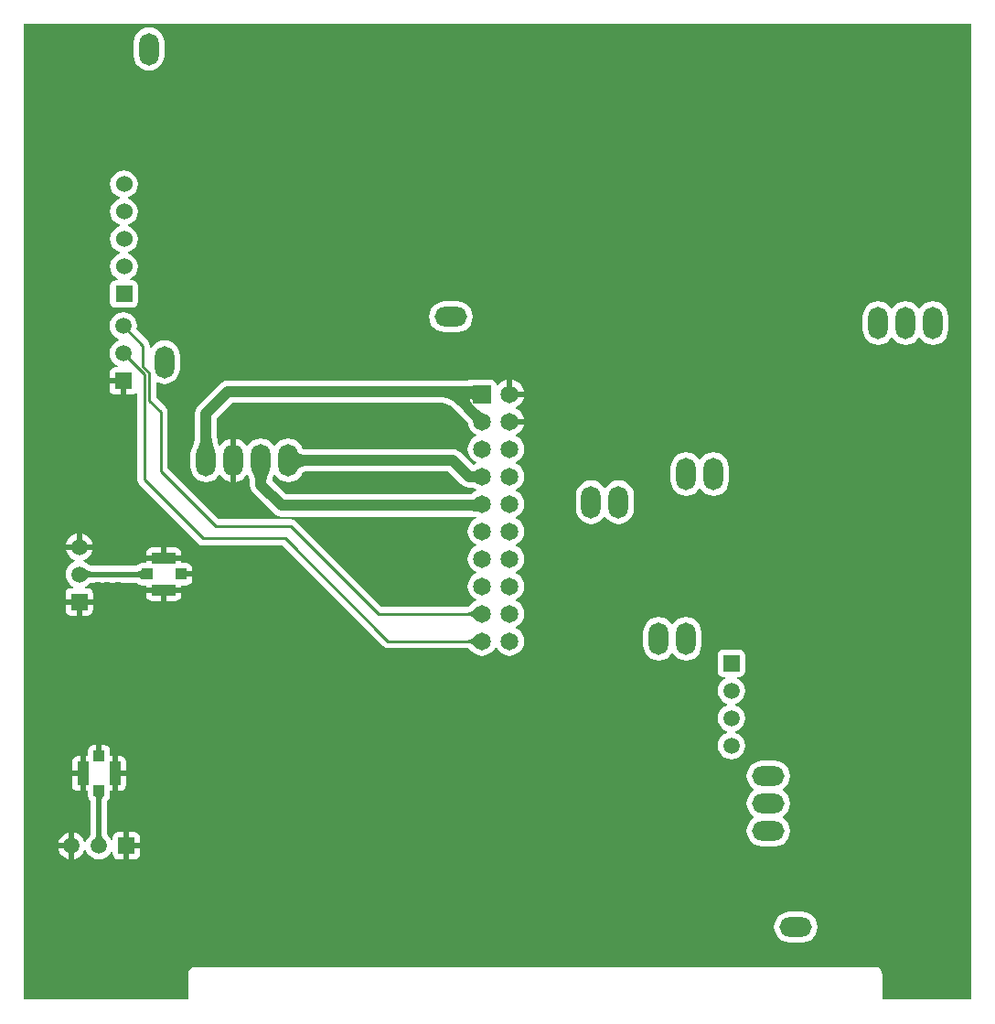
<source format=gtl>
G04 Layer_Physical_Order=1*
G04 Layer_Color=255*
%FSLAX25Y25*%
%MOIN*%
G70*
G01*
G75*
%ADD10R,0.04134X0.03937*%
%ADD11R,0.08661X0.03937*%
%ADD12R,0.03937X0.03937*%
%ADD13R,0.03937X0.04134*%
%ADD14R,0.03937X0.08661*%
%ADD15R,0.03937X0.03937*%
%ADD16C,0.01000*%
%ADD17C,0.04000*%
%ADD18C,0.02000*%
%ADD19O,0.07087X0.11811*%
%ADD20O,0.11811X0.07087*%
%ADD21R,0.06500X0.06500*%
%ADD22C,0.06500*%
%ADD23R,0.05905X0.05905*%
%ADD24C,0.05905*%
%ADD25C,0.06000*%
%ADD26R,0.06000X0.06000*%
%ADD27R,0.05905X0.05905*%
%ADD28C,0.02362*%
%ADD29C,0.02400*%
G36*
X348051Y2549D02*
X315541Y2549D01*
Y11811D01*
X315347Y12787D01*
X314795Y13613D01*
X313968Y14166D01*
X312992Y14360D01*
X64961D01*
X63985Y14166D01*
X63158Y13613D01*
X62606Y12787D01*
X62412Y11811D01*
Y2549D01*
X2549Y2549D01*
Y357951D01*
X348051D01*
Y2549D01*
D02*
G37*
%LPC*%
G36*
X38876Y252872D02*
X37584Y252702D01*
X36379Y252203D01*
X35344Y251409D01*
X34550Y250374D01*
X34051Y249169D01*
X33881Y247876D01*
X34051Y246584D01*
X34550Y245379D01*
X35344Y244344D01*
X36379Y243550D01*
X37352Y243147D01*
Y242606D01*
X36379Y242203D01*
X35344Y241409D01*
X34550Y240374D01*
X34051Y239169D01*
X33881Y237876D01*
X34051Y236583D01*
X34550Y235379D01*
X35344Y234344D01*
X36379Y233550D01*
X36818Y233368D01*
X36718Y232868D01*
X35924D01*
X35143Y232713D01*
X34482Y232271D01*
X34040Y231610D01*
X33885Y230829D01*
Y228876D01*
X38876D01*
Y227876D01*
X39876D01*
Y222884D01*
X41829D01*
X42610Y223040D01*
X43271Y223482D01*
X43451Y223751D01*
X43951Y223599D01*
Y192000D01*
X44145Y191024D01*
X44698Y190198D01*
X66198Y168698D01*
X67024Y168145D01*
X68000Y167951D01*
X96944D01*
X133598Y131298D01*
X134424Y130745D01*
X135400Y130551D01*
X164482D01*
X164483Y130551D01*
X164578Y130506D01*
X164720Y130424D01*
X164902Y130302D01*
X165100Y130152D01*
X165646Y129671D01*
X165927Y129393D01*
X165956Y129356D01*
X167052Y128514D01*
X168330Y127985D01*
X169700Y127805D01*
X171071Y127985D01*
X172348Y128514D01*
X173444Y129356D01*
X174286Y130452D01*
X174450Y130849D01*
X174950D01*
X175114Y130452D01*
X175956Y129356D01*
X177052Y128514D01*
X178330Y127985D01*
X179700Y127805D01*
X181071Y127985D01*
X182348Y128514D01*
X183444Y129356D01*
X184286Y130452D01*
X184815Y131730D01*
X184995Y133100D01*
X184815Y134471D01*
X184286Y135748D01*
X183444Y136844D01*
X182348Y137686D01*
X181951Y137850D01*
Y138350D01*
X182348Y138514D01*
X183444Y139356D01*
X184286Y140452D01*
X184815Y141730D01*
X184995Y143100D01*
X184815Y144471D01*
X184286Y145748D01*
X183444Y146844D01*
X182348Y147686D01*
X181951Y147850D01*
Y148350D01*
X182348Y148514D01*
X183444Y149356D01*
X184286Y150452D01*
X184815Y151730D01*
X184995Y153100D01*
X184815Y154471D01*
X184286Y155748D01*
X183444Y156844D01*
X182348Y157686D01*
X181951Y157850D01*
Y158350D01*
X182348Y158514D01*
X183444Y159356D01*
X184286Y160452D01*
X184815Y161730D01*
X184995Y163100D01*
X184815Y164471D01*
X184286Y165748D01*
X183444Y166844D01*
X182348Y167686D01*
X181951Y167850D01*
Y168350D01*
X182348Y168514D01*
X183444Y169356D01*
X184286Y170452D01*
X184815Y171730D01*
X184995Y173100D01*
X184815Y174471D01*
X184286Y175748D01*
X183444Y176844D01*
X182348Y177686D01*
X181951Y177850D01*
Y178350D01*
X182348Y178514D01*
X183444Y179356D01*
X184286Y180452D01*
X184815Y181730D01*
X184995Y183100D01*
X184815Y184471D01*
X184286Y185748D01*
X183444Y186844D01*
X182348Y187686D01*
X181951Y187850D01*
Y188350D01*
X182348Y188514D01*
X183444Y189356D01*
X184286Y190452D01*
X184815Y191730D01*
X184995Y193100D01*
X184815Y194471D01*
X184286Y195748D01*
X183444Y196844D01*
X182348Y197686D01*
X181951Y197850D01*
Y198350D01*
X182348Y198514D01*
X183444Y199356D01*
X184286Y200452D01*
X184815Y201730D01*
X184995Y203100D01*
X184815Y204471D01*
X184286Y205748D01*
X183444Y206844D01*
X182348Y207686D01*
X181951Y207850D01*
Y208350D01*
X182348Y208514D01*
X183444Y209356D01*
X184286Y210452D01*
X184815Y211730D01*
X184864Y212100D01*
X179700D01*
Y214100D01*
X184864D01*
X184815Y214471D01*
X184286Y215748D01*
X183444Y216844D01*
X182348Y217686D01*
X181951Y217850D01*
Y218350D01*
X182348Y218514D01*
X183444Y219356D01*
X184286Y220452D01*
X184815Y221730D01*
X184864Y222100D01*
X179700D01*
Y223100D01*
X178700D01*
Y228264D01*
X178330Y228215D01*
X177052Y227686D01*
X175956Y226844D01*
X175489Y226237D01*
X175106Y226324D01*
X174980Y226395D01*
X174834Y227131D01*
X174392Y227792D01*
X173731Y228234D01*
X172950Y228389D01*
X166450D01*
X166099Y228320D01*
X165941Y228310D01*
X165867Y228273D01*
X165670Y228234D01*
X165565Y228164D01*
X163156Y228019D01*
X162452Y228016D01*
X162430Y228011D01*
X158906D01*
X158890Y228014D01*
X158869Y228011D01*
X158824D01*
X158824Y228011D01*
X158824Y228011D01*
X76977D01*
X76976Y228011D01*
X75932Y227873D01*
X74959Y227470D01*
X74124Y226829D01*
X66124Y218829D01*
X65482Y217994D01*
X65079Y217021D01*
X64942Y215977D01*
X64942Y215976D01*
Y208326D01*
X64938Y208307D01*
X64926Y207745D01*
X64835Y206671D01*
X64768Y206233D01*
X64546Y205268D01*
X64419Y204860D01*
X64265Y204444D01*
X64092Y204044D01*
X63874Y203608D01*
X63855Y203538D01*
X63814Y203477D01*
X63770Y203254D01*
X63576Y202786D01*
X63385Y201339D01*
Y196614D01*
X63576Y195167D01*
X64134Y193819D01*
X65023Y192661D01*
X66181Y191772D01*
X67529Y191214D01*
X68976Y191023D01*
X70424Y191214D01*
X71772Y191772D01*
X72930Y192661D01*
X73672Y193628D01*
X73754Y193662D01*
X74199Y193662D01*
X74281Y193628D01*
X75023Y192661D01*
X76181Y191772D01*
X77529Y191214D01*
X77976Y191155D01*
Y198976D01*
Y206798D01*
X77529Y206739D01*
X76181Y206181D01*
X75023Y205292D01*
X74283Y204328D01*
X73721Y204371D01*
X73719Y204372D01*
X73688Y204445D01*
X73534Y204860D01*
X73407Y205268D01*
X73185Y206233D01*
X73118Y206671D01*
X73027Y207745D01*
X73015Y208307D01*
X73011Y208326D01*
Y214305D01*
X78648Y219942D01*
X153908D01*
X153922Y219939D01*
X154634Y219913D01*
X155245Y219845D01*
X155827Y219734D01*
X156385Y219580D01*
X156922Y219384D01*
X157440Y219144D01*
X157943Y218858D01*
X158433Y218524D01*
X158913Y218141D01*
X159434Y217655D01*
X159447Y217648D01*
X163630Y213464D01*
X163643Y213445D01*
X163882Y213203D01*
X164261Y212797D01*
X164479Y212537D01*
X164585Y211730D01*
X165114Y210452D01*
X165956Y209356D01*
X167052Y208514D01*
X167449Y208350D01*
Y207850D01*
X167052Y207686D01*
X165956Y206844D01*
X165114Y205748D01*
X164585Y204471D01*
X164405Y203100D01*
X164585Y201730D01*
X165114Y200452D01*
X165956Y199356D01*
X167052Y198514D01*
X167449Y198350D01*
Y197850D01*
X167052Y197686D01*
X166468Y197238D01*
X161876Y201829D01*
X161041Y202470D01*
X160068Y202873D01*
X159024Y203011D01*
X159023Y203011D01*
X106591D01*
X106573Y203015D01*
X105788Y203034D01*
X105162Y203083D01*
X104658Y203159D01*
X104284Y203250D01*
X104167Y203293D01*
X103980Y203745D01*
X103979Y203751D01*
X103975Y203756D01*
X103819Y204134D01*
X102930Y205292D01*
X101772Y206181D01*
X100424Y206739D01*
X98976Y206930D01*
X97529Y206739D01*
X96181Y206181D01*
X95023Y205292D01*
X94281Y204325D01*
X94199Y204291D01*
X93754D01*
X93672Y204325D01*
X92930Y205292D01*
X91772Y206181D01*
X90424Y206739D01*
X88976Y206930D01*
X87529Y206739D01*
X86181Y206181D01*
X85023Y205292D01*
X84281Y204325D01*
X84199Y204291D01*
X83754D01*
X83672Y204325D01*
X82930Y205292D01*
X81772Y206181D01*
X80423Y206739D01*
X79976Y206798D01*
Y198976D01*
Y191155D01*
X80423Y191214D01*
X81772Y191772D01*
X82930Y192661D01*
X83672Y193628D01*
X83754Y193662D01*
X84199D01*
X84281Y193628D01*
X84301Y193602D01*
X84363Y193463D01*
X84470Y193312D01*
X84522Y193215D01*
X84592Y193046D01*
X84667Y192805D01*
X84741Y192495D01*
X84800Y192163D01*
X84929Y190594D01*
X84938Y189995D01*
X84959Y189894D01*
X85079Y188979D01*
X85482Y188006D01*
X86124Y187171D01*
X93647Y179647D01*
X93647Y179647D01*
X94483Y179006D01*
X95456Y178603D01*
X96500Y178465D01*
X165766D01*
X165788Y178461D01*
X166763Y178455D01*
X167231Y178440D01*
X167449Y178350D01*
Y177850D01*
X167052Y177686D01*
X165956Y176844D01*
X165114Y175748D01*
X164585Y174471D01*
X164405Y173100D01*
X164585Y171730D01*
X165114Y170452D01*
X165956Y169356D01*
X167052Y168514D01*
X167449Y168350D01*
Y167850D01*
X167052Y167686D01*
X165956Y166844D01*
X165114Y165748D01*
X164585Y164471D01*
X164405Y163100D01*
X164585Y161730D01*
X165114Y160452D01*
X165956Y159356D01*
X167052Y158514D01*
X167449Y158350D01*
Y157850D01*
X167052Y157686D01*
X165956Y156844D01*
X165114Y155748D01*
X164585Y154471D01*
X164405Y153100D01*
X164585Y151730D01*
X165114Y150452D01*
X165956Y149356D01*
X167052Y148514D01*
X167449Y148350D01*
Y147850D01*
X167052Y147686D01*
X165956Y146844D01*
X165927Y146807D01*
X165646Y146530D01*
X165100Y146048D01*
X164902Y145898D01*
X164720Y145776D01*
X164578Y145694D01*
X164483Y145649D01*
X164482Y145649D01*
X132956D01*
X101802Y176802D01*
X100976Y177355D01*
X100000Y177549D01*
X73556D01*
X55049Y196056D01*
Y216500D01*
X54855Y217476D01*
X54302Y218302D01*
X50749Y221856D01*
Y227259D01*
X51249Y227499D01*
X52451Y227001D01*
X53898Y226811D01*
X55345Y227001D01*
X56693Y227559D01*
X57851Y228448D01*
X58740Y229606D01*
X59298Y230955D01*
X59489Y232402D01*
Y237126D01*
X59298Y238573D01*
X58740Y239922D01*
X57851Y241080D01*
X56693Y241968D01*
X55345Y242527D01*
X53898Y242717D01*
X52451Y242527D01*
X51102Y241968D01*
X49944Y241080D01*
X49056Y239922D01*
X49039Y239882D01*
X48549Y239980D01*
Y240753D01*
X48355Y241728D01*
X47802Y242555D01*
X43710Y246648D01*
X43872Y247876D01*
X43702Y249169D01*
X43203Y250374D01*
X42409Y251409D01*
X41374Y252203D01*
X40169Y252702D01*
X38876Y252872D01*
D02*
G37*
G36*
X243976Y141930D02*
X242529Y141739D01*
X241181Y141181D01*
X240023Y140292D01*
X239281Y139325D01*
X239199Y139291D01*
X238754D01*
X238672Y139325D01*
X237930Y140292D01*
X236772Y141181D01*
X235423Y141739D01*
X233976Y141930D01*
X232529Y141739D01*
X231181Y141181D01*
X230023Y140292D01*
X229134Y139134D01*
X228576Y137786D01*
X228385Y136339D01*
Y131614D01*
X228576Y130167D01*
X229134Y128819D01*
X230023Y127661D01*
X231181Y126772D01*
X232529Y126214D01*
X233976Y126023D01*
X235423Y126214D01*
X236772Y126772D01*
X237930Y127661D01*
X238672Y128628D01*
X238754Y128662D01*
X239199D01*
X239281Y128628D01*
X240023Y127661D01*
X241181Y126772D01*
X242529Y126214D01*
X243976Y126023D01*
X245424Y126214D01*
X246772Y126772D01*
X247930Y127661D01*
X248818Y128819D01*
X249377Y130167D01*
X249568Y131614D01*
Y136339D01*
X249377Y137786D01*
X248818Y139134D01*
X247930Y140292D01*
X246772Y141181D01*
X245424Y141739D01*
X243976Y141930D01*
D02*
G37*
G36*
X263421Y130083D02*
X257515D01*
X256735Y129928D01*
X256073Y129486D01*
X255631Y128824D01*
X255476Y128044D01*
Y122139D01*
X255631Y121358D01*
X256073Y120697D01*
X256735Y120255D01*
X257515Y120099D01*
X258310D01*
X258409Y119599D01*
X257970Y119418D01*
X256936Y118624D01*
X256142Y117589D01*
X255643Y116384D01*
X255472Y115091D01*
X255643Y113798D01*
X256142Y112594D01*
X256936Y111559D01*
X257970Y110765D01*
X258943Y110362D01*
Y109821D01*
X257970Y109418D01*
X256936Y108624D01*
X256142Y107589D01*
X255643Y106384D01*
X255472Y105091D01*
X255643Y103798D01*
X256142Y102594D01*
X256936Y101559D01*
X257970Y100765D01*
X258943Y100362D01*
Y99821D01*
X257970Y99418D01*
X256936Y98624D01*
X256142Y97589D01*
X255643Y96384D01*
X255472Y95091D01*
X255643Y93799D01*
X256142Y92594D01*
X256936Y91559D01*
X257970Y90765D01*
X259175Y90266D01*
X260468Y90096D01*
X261761Y90266D01*
X262966Y90765D01*
X264000Y91559D01*
X264794Y92594D01*
X265293Y93799D01*
X265463Y95091D01*
X265293Y96384D01*
X264794Y97589D01*
X264000Y98624D01*
X262966Y99418D01*
X261992Y99821D01*
Y100362D01*
X262966Y100765D01*
X264000Y101559D01*
X264794Y102594D01*
X265293Y103798D01*
X265463Y105091D01*
X265293Y106384D01*
X264794Y107589D01*
X264000Y108624D01*
X262966Y109418D01*
X261992Y109821D01*
Y110362D01*
X262966Y110765D01*
X264000Y111559D01*
X264794Y112594D01*
X265293Y113798D01*
X265463Y115091D01*
X265293Y116384D01*
X264794Y117589D01*
X264000Y118624D01*
X262966Y119418D01*
X262527Y119599D01*
X262626Y120099D01*
X263421D01*
X264201Y120255D01*
X264862Y120697D01*
X265304Y121358D01*
X265460Y122139D01*
Y128044D01*
X265304Y128824D01*
X264862Y129486D01*
X264201Y129928D01*
X263421Y130083D01*
D02*
G37*
G36*
X31968Y95213D02*
X31000D01*
Y91205D01*
X29000D01*
Y95213D01*
X28031D01*
X27251Y95058D01*
X26590Y94616D01*
X26147Y93954D01*
X25992Y93174D01*
Y91274D01*
X25193D01*
Y84904D01*
Y78534D01*
X25992D01*
Y76735D01*
X26070Y76341D01*
X26084Y76182D01*
X26114Y76125D01*
X26147Y75954D01*
X26386Y75597D01*
X26449Y75475D01*
X26491Y75440D01*
X26590Y75293D01*
X26926Y75068D01*
X26930Y75018D01*
X26938Y74696D01*
X26950Y74640D01*
Y63254D01*
X26939Y63205D01*
X26931Y63011D01*
X26919Y62907D01*
X26899Y62812D01*
X26873Y62723D01*
X26839Y62635D01*
X26796Y62547D01*
X26741Y62454D01*
X26672Y62357D01*
X26586Y62252D01*
X26464Y62124D01*
X26444Y62109D01*
X25650Y61074D01*
X25247Y60101D01*
X24706D01*
X24303Y61074D01*
X23509Y62109D01*
X22474Y62903D01*
X21269Y63402D01*
X20976Y63440D01*
Y58576D01*
Y53713D01*
X21269Y53751D01*
X22474Y54250D01*
X23509Y55044D01*
X24303Y56079D01*
X24706Y57052D01*
X25247D01*
X25650Y56079D01*
X26444Y55044D01*
X27479Y54250D01*
X28684Y53751D01*
X29976Y53581D01*
X31269Y53751D01*
X32474Y54250D01*
X33509Y55044D01*
X34303Y56079D01*
X34484Y56518D01*
X34984Y56418D01*
Y55624D01*
X35140Y54843D01*
X35582Y54182D01*
X36243Y53740D01*
X37024Y53584D01*
X38976D01*
Y58576D01*
Y63568D01*
X37024D01*
X36243Y63413D01*
X35582Y62971D01*
X35140Y62309D01*
X34984Y61529D01*
Y60735D01*
X34484Y60635D01*
X34303Y61074D01*
X33509Y62109D01*
X33489Y62124D01*
X33367Y62252D01*
X33281Y62357D01*
X33211Y62454D01*
X33157Y62547D01*
X33113Y62635D01*
X33080Y62723D01*
X33053Y62812D01*
X33034Y62907D01*
X33022Y63011D01*
X33014Y63205D01*
X33002Y63254D01*
Y74638D01*
X33015Y74694D01*
X33023Y75012D01*
X33025Y75033D01*
X33037Y75043D01*
X33410Y75293D01*
X33505Y75434D01*
X33544Y75467D01*
X33607Y75586D01*
X33852Y75954D01*
X33885Y76119D01*
X33913Y76172D01*
X33927Y76330D01*
X34008Y76735D01*
Y78534D01*
X34807D01*
Y84904D01*
Y91274D01*
X34008D01*
Y93174D01*
X33852Y93954D01*
X33410Y94616D01*
X32749Y95058D01*
X31968Y95213D01*
D02*
G37*
G36*
X21776Y146476D02*
X17785D01*
Y144524D01*
X17940Y143743D01*
X18382Y143082D01*
X19043Y142640D01*
X19824Y142484D01*
X21776D01*
Y146476D01*
D02*
G37*
G36*
X59972Y150693D02*
X54602D01*
Y147685D01*
X57933D01*
X58713Y147840D01*
X59375Y148283D01*
X59817Y148944D01*
X59972Y149724D01*
Y150693D01*
D02*
G37*
G36*
X27640Y166476D02*
X22776D01*
X17913D01*
X17951Y166183D01*
X18450Y164979D01*
X19244Y163944D01*
X20279Y163150D01*
X21252Y162747D01*
Y162206D01*
X20279Y161803D01*
X19244Y161009D01*
X18450Y159974D01*
X17951Y158769D01*
X17781Y157476D01*
X17951Y156184D01*
X18450Y154979D01*
X19244Y153944D01*
X20279Y153150D01*
X20718Y152968D01*
X20618Y152468D01*
X19824D01*
X19043Y152313D01*
X18382Y151871D01*
X17940Y151209D01*
X17785Y150429D01*
Y148476D01*
X22776D01*
X27768D01*
Y150429D01*
X27613Y151209D01*
X27171Y151871D01*
X26509Y152313D01*
X25729Y152468D01*
X24935D01*
X24835Y152968D01*
X25274Y153150D01*
X26309Y153944D01*
X26324Y153964D01*
X26452Y154086D01*
X26557Y154172D01*
X26654Y154241D01*
X26747Y154296D01*
X26835Y154339D01*
X26923Y154373D01*
X27012Y154400D01*
X27107Y154419D01*
X27211Y154431D01*
X27405Y154439D01*
X27454Y154451D01*
X43339D01*
X43395Y154438D01*
X43716Y154430D01*
X43766Y154426D01*
X43991Y154090D01*
X44138Y153991D01*
X44174Y153949D01*
X44295Y153886D01*
X44653Y153647D01*
X44823Y153614D01*
X44881Y153584D01*
X45040Y153571D01*
X45433Y153492D01*
X47232D01*
Y152693D01*
X53602D01*
X59972D01*
Y153492D01*
X61872D01*
X62653Y153648D01*
X63314Y154090D01*
X63756Y154751D01*
X63912Y155532D01*
Y156500D01*
X59904D01*
Y158500D01*
X63912D01*
Y159468D01*
X63756Y160249D01*
X63314Y160910D01*
X62653Y161353D01*
X61872Y161508D01*
X59972D01*
Y162307D01*
X53602D01*
X47232D01*
Y161508D01*
X45433D01*
X45028Y161427D01*
X44870Y161413D01*
X44817Y161385D01*
X44653Y161353D01*
X44285Y161107D01*
X44165Y161044D01*
X44133Y161005D01*
X43991Y160910D01*
X43742Y160537D01*
X43731Y160525D01*
X43711Y160523D01*
X43393Y160515D01*
X43337Y160502D01*
X27454D01*
X27405Y160514D01*
X27211Y160522D01*
X27107Y160534D01*
X27012Y160553D01*
X26923Y160580D01*
X26835Y160614D01*
X26747Y160657D01*
X26654Y160712D01*
X26557Y160781D01*
X26452Y160867D01*
X26324Y160989D01*
X26309Y161009D01*
X25274Y161803D01*
X24301Y162206D01*
Y162747D01*
X25274Y163150D01*
X26309Y163944D01*
X27103Y164979D01*
X27602Y166183D01*
X27640Y166476D01*
D02*
G37*
G36*
X27768Y146476D02*
X23776D01*
Y142484D01*
X25729D01*
X26509Y142640D01*
X27171Y143082D01*
X27613Y143743D01*
X27768Y144524D01*
Y146476D01*
D02*
G37*
G36*
X52602Y150693D02*
X47232D01*
Y149724D01*
X47388Y148944D01*
X47830Y148283D01*
X48491Y147840D01*
X49272Y147685D01*
X52602D01*
Y150693D01*
D02*
G37*
G36*
X37775Y91274D02*
X36807D01*
Y85904D01*
X39815D01*
Y89235D01*
X39659Y90015D01*
X39217Y90676D01*
X38556Y91119D01*
X37775Y91274D01*
D02*
G37*
G36*
X18976Y57576D02*
X15113D01*
X15151Y57284D01*
X15650Y56079D01*
X16444Y55044D01*
X17479Y54250D01*
X18684Y53751D01*
X18976Y53713D01*
Y57576D01*
D02*
G37*
G36*
X276339Y89568D02*
X271614D01*
X270167Y89377D01*
X268819Y88819D01*
X267661Y87930D01*
X266772Y86772D01*
X266214Y85423D01*
X266023Y83976D01*
X266214Y82529D01*
X266772Y81181D01*
X267661Y80023D01*
X268628Y79281D01*
X268662Y79199D01*
Y78754D01*
X268628Y78672D01*
X267661Y77930D01*
X266772Y76772D01*
X266214Y75424D01*
X266023Y73976D01*
X266214Y72529D01*
X266772Y71181D01*
X267661Y70023D01*
X268628Y69281D01*
X268662Y69199D01*
Y68754D01*
X268628Y68672D01*
X267661Y67930D01*
X266772Y66772D01*
X266214Y65424D01*
X266023Y63976D01*
X266214Y62529D01*
X266772Y61181D01*
X267661Y60023D01*
X268819Y59134D01*
X270167Y58576D01*
X271614Y58385D01*
X276339D01*
X277786Y58576D01*
X279134Y59134D01*
X280292Y60023D01*
X281181Y61181D01*
X281739Y62529D01*
X281930Y63976D01*
X281739Y65424D01*
X281181Y66772D01*
X280292Y67930D01*
X279325Y68672D01*
X279291Y68754D01*
Y69199D01*
X279325Y69281D01*
X280292Y70023D01*
X281181Y71181D01*
X281739Y72529D01*
X281930Y73976D01*
X281739Y75424D01*
X281181Y76772D01*
X280292Y77930D01*
X279325Y78672D01*
X279291Y78754D01*
Y79199D01*
X279325Y79281D01*
X280292Y80023D01*
X281181Y81181D01*
X281739Y82529D01*
X281930Y83976D01*
X281739Y85423D01*
X281181Y86772D01*
X280292Y87930D01*
X279134Y88819D01*
X277786Y89377D01*
X276339Y89568D01*
D02*
G37*
G36*
X286339Y34568D02*
X281614D01*
X280167Y34377D01*
X278819Y33819D01*
X277661Y32930D01*
X276772Y31772D01*
X276214Y30424D01*
X276023Y28976D01*
X276214Y27529D01*
X276772Y26181D01*
X277661Y25023D01*
X278819Y24134D01*
X280167Y23576D01*
X281614Y23385D01*
X286339D01*
X287786Y23576D01*
X289134Y24134D01*
X290292Y25023D01*
X291181Y26181D01*
X291739Y27529D01*
X291930Y28976D01*
X291739Y30424D01*
X291181Y31772D01*
X290292Y32930D01*
X289134Y33819D01*
X287786Y34377D01*
X286339Y34568D01*
D02*
G37*
G36*
X44968Y57576D02*
X40976D01*
Y53584D01*
X42929D01*
X43709Y53740D01*
X44371Y54182D01*
X44813Y54843D01*
X44968Y55624D01*
Y57576D01*
D02*
G37*
G36*
X18976Y63440D02*
X18684Y63402D01*
X17479Y62903D01*
X16444Y62109D01*
X15650Y61074D01*
X15151Y59869D01*
X15113Y59576D01*
X18976D01*
Y63440D01*
D02*
G37*
G36*
X39815Y83904D02*
X36807D01*
Y78534D01*
X37775D01*
X38556Y78689D01*
X39217Y79131D01*
X39659Y79793D01*
X39815Y80573D01*
Y83904D01*
D02*
G37*
G36*
X23193Y91274D02*
X22224D01*
X21444Y91119D01*
X20782Y90676D01*
X20340Y90015D01*
X20185Y89235D01*
Y85904D01*
X23193D01*
Y91274D01*
D02*
G37*
G36*
X42929Y63568D02*
X40976D01*
Y59576D01*
X44968D01*
Y61529D01*
X44813Y62309D01*
X44371Y62971D01*
X43709Y63413D01*
X42929Y63568D01*
D02*
G37*
G36*
X23193Y83904D02*
X20185D01*
Y80573D01*
X20340Y79793D01*
X20782Y79131D01*
X21444Y78689D01*
X22224Y78534D01*
X23193D01*
Y83904D01*
D02*
G37*
G36*
X219370Y191733D02*
X217923Y191542D01*
X216575Y190984D01*
X215417Y190095D01*
X214674Y189128D01*
X214592Y189094D01*
X214148D01*
X214066Y189128D01*
X213324Y190095D01*
X212166Y190984D01*
X210817Y191542D01*
X209370Y191733D01*
X207923Y191542D01*
X206575Y190984D01*
X205417Y190095D01*
X204528Y188937D01*
X203970Y187589D01*
X203779Y186142D01*
Y181417D01*
X203970Y179970D01*
X204528Y178622D01*
X205417Y177464D01*
X206575Y176575D01*
X207923Y176017D01*
X209370Y175826D01*
X210817Y176017D01*
X212166Y176575D01*
X213324Y177464D01*
X214066Y178431D01*
X214148Y178465D01*
X214592D01*
X214674Y178431D01*
X215417Y177464D01*
X216575Y176575D01*
X217923Y176017D01*
X219370Y175826D01*
X220817Y176017D01*
X222166Y176575D01*
X223324Y177464D01*
X224212Y178622D01*
X224771Y179970D01*
X224961Y181417D01*
Y186142D01*
X224771Y187589D01*
X224212Y188937D01*
X223324Y190095D01*
X222166Y190984D01*
X220817Y191542D01*
X219370Y191733D01*
D02*
G37*
G36*
X160630Y256871D02*
X155906D01*
X154458Y256680D01*
X153110Y256122D01*
X151952Y255233D01*
X151064Y254075D01*
X150505Y252727D01*
X150314Y251280D01*
X150505Y249833D01*
X151064Y248484D01*
X151952Y247326D01*
X153110Y246438D01*
X154458Y245879D01*
X155906Y245689D01*
X160630D01*
X162077Y245879D01*
X163426Y246438D01*
X164584Y247326D01*
X165472Y248484D01*
X166031Y249833D01*
X166221Y251280D01*
X166031Y252727D01*
X165472Y254075D01*
X164584Y255233D01*
X163426Y256122D01*
X162077Y256680D01*
X160630Y256871D01*
D02*
G37*
G36*
X333976Y256930D02*
X332529Y256739D01*
X331181Y256181D01*
X330023Y255292D01*
X329281Y254325D01*
X329199Y254291D01*
X328754D01*
X328672Y254325D01*
X327930Y255292D01*
X326772Y256181D01*
X325424Y256739D01*
X323976Y256930D01*
X322529Y256739D01*
X321181Y256181D01*
X320023Y255292D01*
X319281Y254325D01*
X319199Y254291D01*
X318754D01*
X318672Y254325D01*
X317930Y255292D01*
X316772Y256181D01*
X315423Y256739D01*
X313976Y256930D01*
X312529Y256739D01*
X311181Y256181D01*
X310023Y255292D01*
X309134Y254134D01*
X308576Y252786D01*
X308385Y251339D01*
Y246614D01*
X308576Y245167D01*
X309134Y243819D01*
X310023Y242661D01*
X311181Y241772D01*
X312529Y241214D01*
X313976Y241023D01*
X315423Y241214D01*
X316772Y241772D01*
X317930Y242661D01*
X318672Y243628D01*
X318754Y243662D01*
X319199D01*
X319281Y243628D01*
X320023Y242661D01*
X321181Y241772D01*
X322529Y241214D01*
X323976Y241023D01*
X325424Y241214D01*
X326772Y241772D01*
X327930Y242661D01*
X328672Y243628D01*
X328754Y243662D01*
X329199D01*
X329281Y243628D01*
X330023Y242661D01*
X331181Y241772D01*
X332529Y241214D01*
X333976Y241023D01*
X335423Y241214D01*
X336772Y241772D01*
X337930Y242661D01*
X338819Y243819D01*
X339377Y245167D01*
X339568Y246614D01*
Y251339D01*
X339377Y252786D01*
X338819Y254134D01*
X337930Y255292D01*
X336772Y256181D01*
X335423Y256739D01*
X333976Y256930D01*
D02*
G37*
G36*
X253976Y201930D02*
X252529Y201739D01*
X251181Y201181D01*
X250023Y200292D01*
X249281Y199325D01*
X249199Y199291D01*
X248754D01*
X248672Y199325D01*
X247930Y200292D01*
X246772Y201181D01*
X245424Y201739D01*
X243976Y201930D01*
X242529Y201739D01*
X241181Y201181D01*
X240023Y200292D01*
X239134Y199134D01*
X238576Y197786D01*
X238385Y196339D01*
Y191614D01*
X238576Y190167D01*
X239134Y188819D01*
X240023Y187661D01*
X241181Y186772D01*
X242529Y186214D01*
X243976Y186023D01*
X245424Y186214D01*
X246772Y186772D01*
X247930Y187661D01*
X248672Y188628D01*
X248754Y188662D01*
X249199D01*
X249281Y188628D01*
X250023Y187661D01*
X251181Y186772D01*
X252529Y186214D01*
X253976Y186023D01*
X255423Y186214D01*
X256772Y186772D01*
X257930Y187661D01*
X258819Y188819D01*
X259377Y190167D01*
X259568Y191614D01*
Y196339D01*
X259377Y197786D01*
X258819Y199134D01*
X257930Y200292D01*
X256772Y201181D01*
X255423Y201739D01*
X253976Y201930D01*
D02*
G37*
G36*
X37876Y226876D02*
X33885D01*
Y224924D01*
X34040Y224143D01*
X34482Y223482D01*
X35143Y223040D01*
X35924Y222884D01*
X37876D01*
Y226876D01*
D02*
G37*
G36*
X180700Y228264D02*
Y224100D01*
X184864D01*
X184815Y224471D01*
X184286Y225748D01*
X183444Y226844D01*
X182348Y227686D01*
X181071Y228215D01*
X180700Y228264D01*
D02*
G37*
G36*
X52602Y167315D02*
X49272D01*
X48491Y167159D01*
X47830Y166718D01*
X47388Y166056D01*
X47232Y165276D01*
Y164307D01*
X52602D01*
Y167315D01*
D02*
G37*
G36*
X39076Y304620D02*
X37771Y304448D01*
X36555Y303944D01*
X35510Y303142D01*
X34709Y302098D01*
X34205Y300882D01*
X34033Y299576D01*
X34205Y298271D01*
X34709Y297055D01*
X35510Y296010D01*
X36555Y295209D01*
X37429Y294847D01*
Y294306D01*
X36555Y293944D01*
X35510Y293143D01*
X34709Y292098D01*
X34205Y290882D01*
X34033Y289576D01*
X34205Y288271D01*
X34709Y287055D01*
X35510Y286010D01*
X36555Y285209D01*
X37429Y284847D01*
Y284306D01*
X36555Y283944D01*
X35510Y283142D01*
X34709Y282098D01*
X34205Y280882D01*
X34033Y279576D01*
X34205Y278271D01*
X34709Y277055D01*
X35510Y276010D01*
X36555Y275209D01*
X37429Y274847D01*
Y274306D01*
X36555Y273944D01*
X35510Y273143D01*
X34709Y272098D01*
X34205Y270882D01*
X34033Y269576D01*
X34205Y268271D01*
X34709Y267055D01*
X35510Y266010D01*
X36555Y265209D01*
X36780Y265116D01*
X36681Y264616D01*
X36076D01*
X35296Y264460D01*
X34635Y264018D01*
X34192Y263357D01*
X34037Y262576D01*
Y256576D01*
X34192Y255796D01*
X34635Y255135D01*
X35296Y254693D01*
X36076Y254537D01*
X42076D01*
X42857Y254693D01*
X43518Y255135D01*
X43960Y255796D01*
X44116Y256576D01*
Y262576D01*
X43960Y263357D01*
X43518Y264018D01*
X42857Y264460D01*
X42076Y264616D01*
X41472D01*
X41373Y265116D01*
X41598Y265209D01*
X42643Y266010D01*
X43444Y267055D01*
X43948Y268271D01*
X44120Y269576D01*
X43948Y270882D01*
X43444Y272098D01*
X42643Y273143D01*
X41598Y273944D01*
X40724Y274306D01*
Y274847D01*
X41598Y275209D01*
X42643Y276010D01*
X43444Y277055D01*
X43948Y278271D01*
X44120Y279576D01*
X43948Y280882D01*
X43444Y282098D01*
X42643Y283142D01*
X41598Y283944D01*
X40724Y284306D01*
Y284847D01*
X41598Y285209D01*
X42643Y286010D01*
X43444Y287055D01*
X43948Y288271D01*
X44120Y289576D01*
X43948Y290882D01*
X43444Y292098D01*
X42643Y293143D01*
X41598Y293944D01*
X40724Y294306D01*
Y294847D01*
X41598Y295209D01*
X42643Y296010D01*
X43444Y297055D01*
X43948Y298271D01*
X44120Y299576D01*
X43948Y300882D01*
X43444Y302098D01*
X42643Y303142D01*
X41598Y303944D01*
X40382Y304448D01*
X39076Y304620D01*
D02*
G37*
G36*
X48228Y356772D02*
X46781Y356582D01*
X45433Y356023D01*
X44275Y355135D01*
X43386Y353977D01*
X42828Y352628D01*
X42637Y351181D01*
Y346457D01*
X42828Y345010D01*
X43386Y343661D01*
X44275Y342503D01*
X45433Y341615D01*
X46781Y341056D01*
X48228Y340866D01*
X49676Y341056D01*
X51024Y341615D01*
X52182Y342503D01*
X53070Y343661D01*
X53629Y345010D01*
X53820Y346457D01*
Y351181D01*
X53629Y352628D01*
X53070Y353977D01*
X52182Y355135D01*
X51024Y356023D01*
X49676Y356582D01*
X48228Y356772D01*
D02*
G37*
G36*
X57933Y167315D02*
X54602D01*
Y164307D01*
X59972D01*
Y165276D01*
X59817Y166056D01*
X59375Y166718D01*
X58713Y167159D01*
X57933Y167315D01*
D02*
G37*
G36*
X23776Y172340D02*
Y168476D01*
X27640D01*
X27602Y168769D01*
X27103Y169974D01*
X26309Y171009D01*
X25274Y171803D01*
X24069Y172302D01*
X23776Y172340D01*
D02*
G37*
G36*
X21776Y172340D02*
X21484Y172302D01*
X20279Y171803D01*
X19244Y171009D01*
X18450Y169974D01*
X17951Y168769D01*
X17913Y168476D01*
X21776D01*
Y172340D01*
D02*
G37*
%LPD*%
G36*
X166469Y222512D02*
X167652Y221976D01*
X166920Y221948D01*
X166471Y221884D01*
X166474Y219976D01*
X166433Y220356D01*
X166312Y220696D01*
X166111Y220996D01*
X165830Y221256D01*
X165498Y221459D01*
X165359Y221269D01*
X165310Y220958D01*
X165398Y220590D01*
X165622Y220166D01*
X165983Y219685D01*
X166481Y219148D01*
X160824D01*
X160246Y219685D01*
X159645Y220166D01*
X159021Y220590D01*
X158374Y220958D01*
X157702Y221269D01*
X157008Y221524D01*
X156290Y221722D01*
X155549Y221863D01*
X154784Y221948D01*
X153995Y221976D01*
X158824Y225976D01*
X162462Y224328D01*
Y225976D01*
X163222Y225980D01*
X166102Y226154D01*
X166302Y226208D01*
X166422Y226269D01*
X166462Y226338D01*
X166469Y222512D01*
D02*
G37*
G36*
X168186Y217446D02*
X169204Y216565D01*
X169349Y216470D01*
X169475Y216403D01*
X169581Y216363D01*
X169668Y216350D01*
X166450Y213133D01*
X166437Y213219D01*
X166397Y213326D01*
X166330Y213451D01*
X166235Y213596D01*
X166113Y213761D01*
X165788Y214149D01*
X165354Y214614D01*
X165096Y214876D01*
X167924Y217705D01*
X168186Y217446D01*
D02*
G37*
G36*
X167379Y140825D02*
X167038Y141162D01*
X166393Y141730D01*
X166090Y141961D01*
X165799Y142156D01*
X165522Y142316D01*
X165257Y142440D01*
X165005Y142529D01*
X164765Y142582D01*
X164539Y142600D01*
Y143600D01*
X164765Y143618D01*
X165005Y143671D01*
X165257Y143760D01*
X165522Y143884D01*
X165799Y144044D01*
X166090Y144239D01*
X166393Y144470D01*
X167038Y145038D01*
X167379Y145375D01*
Y140825D01*
D02*
G37*
G36*
X167839Y180436D02*
X167802Y180448D01*
X167728Y180459D01*
X167617Y180468D01*
X166801Y180494D01*
X165800Y180500D01*
X164817Y184500D01*
X165182Y184504D01*
X166083Y184565D01*
X166317Y184602D01*
X166519Y184647D01*
X166688Y184700D01*
X166824Y184761D01*
X166928Y184830D01*
X166999Y184907D01*
X167839Y180436D01*
D02*
G37*
G36*
X167379Y130825D02*
X167038Y131162D01*
X166393Y131730D01*
X166090Y131961D01*
X165799Y132156D01*
X165522Y132316D01*
X165257Y132440D01*
X165005Y132529D01*
X164765Y132582D01*
X164539Y132600D01*
Y133600D01*
X164765Y133618D01*
X165005Y133671D01*
X165257Y133760D01*
X165522Y133884D01*
X165799Y134044D01*
X166090Y134239D01*
X166393Y134470D01*
X167038Y135038D01*
X167379Y135375D01*
Y130825D01*
D02*
G37*
G36*
X102139Y202592D02*
X102272Y202253D01*
X102493Y201954D01*
X102803Y201694D01*
X103202Y201475D01*
X103689Y201295D01*
X104265Y201156D01*
X104930Y201056D01*
X105683Y200996D01*
X106525Y200976D01*
Y196976D01*
X105683Y196957D01*
X104930Y196897D01*
X104265Y196797D01*
X103689Y196657D01*
X103202Y196478D01*
X102803Y196258D01*
X102493Y195999D01*
X102272Y195700D01*
X102139Y195361D01*
X102094Y194982D01*
Y202971D01*
X102139Y202592D01*
D02*
G37*
G36*
X70989Y207638D02*
X71092Y206430D01*
X71181Y205849D01*
X71437Y204735D01*
X71603Y204202D01*
X71795Y203685D01*
X72012Y203183D01*
X72255Y202697D01*
X65698D01*
X65941Y203183D01*
X66158Y203685D01*
X66350Y204202D01*
X66516Y204735D01*
X66772Y205849D01*
X66861Y206430D01*
X66964Y207638D01*
X66976Y208265D01*
X70976D01*
X70989Y207638D01*
D02*
G37*
G36*
X91746Y194388D02*
X91585Y194088D01*
X91442Y193741D01*
X91319Y193348D01*
X91214Y192909D01*
X91128Y192424D01*
X91014Y191316D01*
X90986Y190693D01*
X90976Y190024D01*
X86976D01*
X86967Y190693D01*
X86824Y192424D01*
X86739Y192909D01*
X86634Y193348D01*
X86511Y193741D01*
X86368Y194088D01*
X86207Y194388D01*
X86026Y194643D01*
X91927D01*
X91746Y194388D01*
D02*
G37*
G36*
X162047Y190247D02*
X162047Y190247D01*
X162883Y189606D01*
X163856Y189203D01*
X164900Y189066D01*
X164900Y189066D01*
X166334D01*
X167052Y188514D01*
X167449Y188350D01*
Y187850D01*
X167052Y187686D01*
X165956Y186844D01*
X165758Y186587D01*
X165102Y186542D01*
X164794Y186539D01*
X164773Y186535D01*
X98171D01*
X93095Y191611D01*
X93149Y192142D01*
X93212Y192495D01*
X93286Y192805D01*
X93361Y193046D01*
X93431Y193215D01*
X93483Y193312D01*
X93590Y193463D01*
X93652Y193602D01*
X93672Y193628D01*
X93754Y193662D01*
X94199D01*
X94281Y193628D01*
X95023Y192661D01*
X96181Y191772D01*
X97529Y191214D01*
X98976Y191023D01*
X100424Y191214D01*
X101772Y191772D01*
X102930Y192661D01*
X103819Y193819D01*
X103975Y194196D01*
X103979Y194202D01*
X103980Y194208D01*
X104167Y194660D01*
X104284Y194703D01*
X104658Y194794D01*
X105162Y194869D01*
X105788Y194919D01*
X106573Y194938D01*
X106591Y194942D01*
X157352D01*
X162047Y190247D01*
D02*
G37*
G36*
X31770Y76727D02*
X31604Y76667D01*
X31457Y76567D01*
X31329Y76427D01*
X31221Y76247D01*
X31133Y76027D01*
X31065Y75767D01*
X31016Y75467D01*
X30986Y75127D01*
X30976Y74747D01*
X28976D01*
X28967Y75127D01*
X28939Y75467D01*
X28892Y75767D01*
X28827Y76027D01*
X28743Y76247D01*
X28640Y76427D01*
X28519Y76567D01*
X28379Y76667D01*
X28221Y76727D01*
X28043Y76747D01*
X31956D01*
X31770Y76727D01*
D02*
G37*
G36*
X30987Y62851D02*
X31019Y62582D01*
X31072Y62321D01*
X31147Y62066D01*
X31243Y61818D01*
X31361Y61578D01*
X31499Y61344D01*
X31659Y61117D01*
X31841Y60898D01*
X32043Y60685D01*
X27909D01*
X28112Y60898D01*
X28294Y61117D01*
X28454Y61344D01*
X28592Y61578D01*
X28710Y61818D01*
X28806Y62066D01*
X28880Y62321D01*
X28934Y62582D01*
X28966Y62851D01*
X28976Y63126D01*
X30976D01*
X30987Y62851D01*
D02*
G37*
G36*
X25098Y159341D02*
X25317Y159159D01*
X25544Y158999D01*
X25778Y158861D01*
X26018Y158743D01*
X26266Y158647D01*
X26520Y158572D01*
X26782Y158519D01*
X27051Y158487D01*
X27326Y158476D01*
Y156476D01*
X27051Y156466D01*
X26782Y156434D01*
X26520Y156380D01*
X26266Y156306D01*
X26018Y156210D01*
X25778Y156092D01*
X25544Y155954D01*
X25317Y155794D01*
X25098Y155612D01*
X24885Y155410D01*
Y159543D01*
X25098Y159341D01*
D02*
G37*
G36*
X45445Y155543D02*
X45425Y155721D01*
X45365Y155879D01*
X45265Y156019D01*
X45125Y156141D01*
X44945Y156243D01*
X44725Y156327D01*
X44465Y156393D01*
X44165Y156439D01*
X43825Y156467D01*
X43445Y156476D01*
Y158476D01*
X43825Y158486D01*
X44165Y158516D01*
X44465Y158565D01*
X44725Y158633D01*
X44945Y158721D01*
X45125Y158829D01*
X45265Y158957D01*
X45365Y159104D01*
X45425Y159270D01*
X45445Y159457D01*
Y155543D01*
D02*
G37*
D10*
X47500Y157500D02*
D03*
D11*
X53602Y163307D02*
D03*
Y151693D02*
D03*
D12*
X59904Y157500D02*
D03*
D13*
X30000Y78802D02*
D03*
D14*
X24193Y84904D02*
D03*
X35807D02*
D03*
D15*
X30000Y91205D02*
D03*
D16*
X52500Y195000D02*
Y216500D01*
X48200Y220800D02*
X52500Y216500D01*
X48200Y220800D02*
Y230957D01*
X46000Y233157D02*
X48200Y230957D01*
X46000Y233157D02*
Y240753D01*
X38876Y247876D02*
X46000Y240753D01*
X46500Y192000D02*
Y230253D01*
X38876Y237876D02*
X46500Y230253D01*
Y192000D02*
X68000Y170500D01*
X98000D01*
X135400Y133100D01*
X169700D01*
X52500Y195000D02*
X72500Y175000D01*
X100000D01*
X131900Y143100D01*
X169700D01*
D17*
X164900Y193100D02*
X169700D01*
X159024Y198976D02*
X164900Y193100D01*
X98976Y198976D02*
X159024D01*
X168824Y223976D02*
X169700Y223100D01*
X68976Y198976D02*
Y215977D01*
X76976Y223976D01*
X158824D02*
X169700Y213100D01*
X76976Y223976D02*
X158824D01*
X168824D01*
X88976Y190024D02*
Y198976D01*
Y190024D02*
X96500Y182500D01*
X169100D01*
X169700Y183100D01*
D18*
X22776Y157476D02*
X46778D01*
X47302Y158000D01*
X29976Y58576D02*
Y78778D01*
X30000Y78802D01*
D19*
X219370Y183780D02*
D03*
X209370D02*
D03*
X48228Y348819D02*
D03*
X53898Y234764D02*
D03*
X333976Y248976D02*
D03*
X323976D02*
D03*
X313976D02*
D03*
X253976Y193976D02*
D03*
X243976D02*
D03*
Y133976D02*
D03*
X233976D02*
D03*
X98976Y198976D02*
D03*
X88976D02*
D03*
X78976D02*
D03*
X68976Y198976D02*
D03*
D20*
X158268Y251280D02*
D03*
X283976Y28976D02*
D03*
X273976Y63976D02*
D03*
Y73976D02*
D03*
Y83976D02*
D03*
D21*
X169700Y223100D02*
D03*
D22*
Y213100D02*
D03*
Y203100D02*
D03*
Y193100D02*
D03*
Y183100D02*
D03*
Y173100D02*
D03*
Y163100D02*
D03*
Y153100D02*
D03*
Y143100D02*
D03*
Y133100D02*
D03*
X179700D02*
D03*
Y143100D02*
D03*
Y153100D02*
D03*
Y163100D02*
D03*
Y173100D02*
D03*
Y183100D02*
D03*
Y193100D02*
D03*
Y203100D02*
D03*
Y213100D02*
D03*
Y223100D02*
D03*
D23*
X260468Y125091D02*
D03*
X38876Y227876D02*
D03*
X22776Y147476D02*
D03*
D24*
X260468Y115091D02*
D03*
Y105091D02*
D03*
Y95091D02*
D03*
X38876Y237876D02*
D03*
Y247876D02*
D03*
X22776Y167476D02*
D03*
Y157476D02*
D03*
X19976Y58576D02*
D03*
X29976D02*
D03*
D25*
X39076Y299576D02*
D03*
Y269576D02*
D03*
Y279576D02*
D03*
Y289576D02*
D03*
D26*
Y259576D02*
D03*
D27*
X39976Y58576D02*
D03*
D28*
X320000Y340000D02*
D03*
X330000Y320000D02*
D03*
X320000Y300000D02*
D03*
X330000Y280000D02*
D03*
X320000Y260000D02*
D03*
X330000Y240000D02*
D03*
X320000Y220000D02*
D03*
X330000Y200000D02*
D03*
X320000Y180000D02*
D03*
X330000Y160000D02*
D03*
X320000Y140000D02*
D03*
X330000Y120000D02*
D03*
X320000Y100000D02*
D03*
X330000Y80000D02*
D03*
X320000Y60000D02*
D03*
X330000Y40000D02*
D03*
X320000Y20000D02*
D03*
X300000Y340000D02*
D03*
X310000Y320000D02*
D03*
X300000Y300000D02*
D03*
X310000Y280000D02*
D03*
X300000Y260000D02*
D03*
X310000Y240000D02*
D03*
X300000Y220000D02*
D03*
X310000Y200000D02*
D03*
X300000Y180000D02*
D03*
X310000Y160000D02*
D03*
X300000Y140000D02*
D03*
X310000Y120000D02*
D03*
X300000Y100000D02*
D03*
X310000Y80000D02*
D03*
X300000Y60000D02*
D03*
X310000Y40000D02*
D03*
X300000Y20000D02*
D03*
X280000Y340000D02*
D03*
X290000Y320000D02*
D03*
X280000Y300000D02*
D03*
X290000Y280000D02*
D03*
X280000Y260000D02*
D03*
X290000Y240000D02*
D03*
X280000Y220000D02*
D03*
X290000Y200000D02*
D03*
X280000Y180000D02*
D03*
X290000Y160000D02*
D03*
X280000Y140000D02*
D03*
X290000Y120000D02*
D03*
X280000Y100000D02*
D03*
X290000Y80000D02*
D03*
Y40000D02*
D03*
X280000Y20000D02*
D03*
X260000Y340000D02*
D03*
X270000Y320000D02*
D03*
X260000Y300000D02*
D03*
X270000Y280000D02*
D03*
X260000Y260000D02*
D03*
X270000Y240000D02*
D03*
X260000Y220000D02*
D03*
X270000Y200000D02*
D03*
X260000Y180000D02*
D03*
X270000Y160000D02*
D03*
X260000Y140000D02*
D03*
X270000Y120000D02*
D03*
X260000Y60000D02*
D03*
X270000Y40000D02*
D03*
X260000Y20000D02*
D03*
X240000Y340000D02*
D03*
X250000Y320000D02*
D03*
X240000Y300000D02*
D03*
X250000Y280000D02*
D03*
X240000Y260000D02*
D03*
X250000Y240000D02*
D03*
X240000Y220000D02*
D03*
Y180000D02*
D03*
X250000Y160000D02*
D03*
Y120000D02*
D03*
X240000Y100000D02*
D03*
X250000Y80000D02*
D03*
X240000Y60000D02*
D03*
X250000Y40000D02*
D03*
X240000Y20000D02*
D03*
X220000Y340000D02*
D03*
X230000Y320000D02*
D03*
X220000Y300000D02*
D03*
X230000Y280000D02*
D03*
X220000Y260000D02*
D03*
X230000Y240000D02*
D03*
X220000Y220000D02*
D03*
X230000Y200000D02*
D03*
Y160000D02*
D03*
X220000Y140000D02*
D03*
X230000Y120000D02*
D03*
X220000Y100000D02*
D03*
X230000Y80000D02*
D03*
X220000Y60000D02*
D03*
X230000Y40000D02*
D03*
X220000Y20000D02*
D03*
X200000Y340000D02*
D03*
X210000Y320000D02*
D03*
X200000Y300000D02*
D03*
X210000Y280000D02*
D03*
X200000Y260000D02*
D03*
X210000Y240000D02*
D03*
X200000Y220000D02*
D03*
X210000Y200000D02*
D03*
X200000Y180000D02*
D03*
X210000Y160000D02*
D03*
X200000Y140000D02*
D03*
X210000Y120000D02*
D03*
X200000Y100000D02*
D03*
X210000Y80000D02*
D03*
X200000Y60000D02*
D03*
Y20000D02*
D03*
X180000Y340000D02*
D03*
X190000Y320000D02*
D03*
X180000Y300000D02*
D03*
X190000Y280000D02*
D03*
X180000Y260000D02*
D03*
X190000Y240000D02*
D03*
Y200000D02*
D03*
Y160000D02*
D03*
Y120000D02*
D03*
X180000Y100000D02*
D03*
X190000Y80000D02*
D03*
X180000Y60000D02*
D03*
X190000Y40000D02*
D03*
X180000Y20000D02*
D03*
X160000Y340000D02*
D03*
X170000Y320000D02*
D03*
X160000Y300000D02*
D03*
X170000Y280000D02*
D03*
X160000Y260000D02*
D03*
X170000Y240000D02*
D03*
Y120000D02*
D03*
X160000Y60000D02*
D03*
X170000Y40000D02*
D03*
X160000Y20000D02*
D03*
X140000Y340000D02*
D03*
X150000Y320000D02*
D03*
X140000Y300000D02*
D03*
X150000Y280000D02*
D03*
X140000Y260000D02*
D03*
X150000Y240000D02*
D03*
X140000Y100000D02*
D03*
X150000Y80000D02*
D03*
X140000Y60000D02*
D03*
X150000Y40000D02*
D03*
X140000Y20000D02*
D03*
X120000Y340000D02*
D03*
X130000Y320000D02*
D03*
X120000Y300000D02*
D03*
X130000Y280000D02*
D03*
X120000Y260000D02*
D03*
X130000Y240000D02*
D03*
Y160000D02*
D03*
X120000Y140000D02*
D03*
X130000Y120000D02*
D03*
X120000Y100000D02*
D03*
X130000Y80000D02*
D03*
X120000Y60000D02*
D03*
X130000Y40000D02*
D03*
X120000Y20000D02*
D03*
X100000Y340000D02*
D03*
X110000Y320000D02*
D03*
X100000Y300000D02*
D03*
X110000Y280000D02*
D03*
X100000Y260000D02*
D03*
X110000Y240000D02*
D03*
X100000Y140000D02*
D03*
X110000Y120000D02*
D03*
X100000Y100000D02*
D03*
X110000Y80000D02*
D03*
X100000Y60000D02*
D03*
X110000Y40000D02*
D03*
X100000Y20000D02*
D03*
X90000Y320000D02*
D03*
Y280000D02*
D03*
Y240000D02*
D03*
X80000Y180000D02*
D03*
X90000Y160000D02*
D03*
X80000Y140000D02*
D03*
X90000Y120000D02*
D03*
X80000Y100000D02*
D03*
X90000Y80000D02*
D03*
X80000Y60000D02*
D03*
X90000Y40000D02*
D03*
X80000Y20000D02*
D03*
X60000Y340000D02*
D03*
X70000Y320000D02*
D03*
X60000Y300000D02*
D03*
X70000Y280000D02*
D03*
X60000Y260000D02*
D03*
X70000Y240000D02*
D03*
Y160000D02*
D03*
X60000Y140000D02*
D03*
X70000Y120000D02*
D03*
X60000Y100000D02*
D03*
X70000Y80000D02*
D03*
X60000Y60000D02*
D03*
X70000Y40000D02*
D03*
X60000Y20000D02*
D03*
X40000Y340000D02*
D03*
X50000Y320000D02*
D03*
Y280000D02*
D03*
X40000Y220000D02*
D03*
Y180000D02*
D03*
Y140000D02*
D03*
X50000Y120000D02*
D03*
X40000Y100000D02*
D03*
X50000Y80000D02*
D03*
Y40000D02*
D03*
X40000Y20000D02*
D03*
X20000Y340000D02*
D03*
X30000Y320000D02*
D03*
X20000Y300000D02*
D03*
X30000Y280000D02*
D03*
X20000Y260000D02*
D03*
X30000Y240000D02*
D03*
X20000Y220000D02*
D03*
X30000Y200000D02*
D03*
X20000Y180000D02*
D03*
Y140000D02*
D03*
X30000Y120000D02*
D03*
X20000Y100000D02*
D03*
X30000Y40000D02*
D03*
X20000Y20000D02*
D03*
D29*
X22500Y72000D02*
D03*
Y68500D02*
D03*
X38000Y70000D02*
D03*
Y66500D02*
D03*
X25000Y65500D02*
D03*
Y70500D02*
D03*
X24500Y74000D02*
D03*
X21000Y74500D02*
D03*
X18500Y77500D02*
D03*
Y81500D02*
D03*
X19000Y86500D02*
D03*
X18500Y91500D02*
D03*
X23000Y96000D02*
D03*
X28000Y96500D02*
D03*
X32000D02*
D03*
X38500D02*
D03*
X41000Y94500D02*
D03*
X41500Y90500D02*
D03*
X41000Y87000D02*
D03*
X41500Y83000D02*
D03*
Y76500D02*
D03*
X38000Y73500D02*
D03*
X35000Y75000D02*
D03*
X34500Y72000D02*
D03*
Y68500D02*
D03*
X44500Y146500D02*
D03*
X47500Y145000D02*
D03*
X50500D02*
D03*
X55000D02*
D03*
X60000D02*
D03*
X63500Y145500D02*
D03*
X66000Y150000D02*
D03*
Y160000D02*
D03*
Y165000D02*
D03*
X62500Y168500D02*
D03*
X51500Y169500D02*
D03*
X47000Y169000D02*
D03*
X43000Y149500D02*
D03*
X39000Y150000D02*
D03*
X35000Y150500D02*
D03*
X31000Y150000D02*
D03*
X42000Y166000D02*
D03*
X38500D02*
D03*
X35000Y166500D02*
D03*
X31500D02*
D03*
X41500Y153000D02*
D03*
X37000Y153500D02*
D03*
X33000D02*
D03*
X29500D02*
D03*
X43500Y162500D02*
D03*
X40000D02*
D03*
X37000Y163000D02*
D03*
X33500D02*
D03*
X29500D02*
D03*
X142500Y190000D02*
D03*
X127500D02*
D03*
X112000Y190500D02*
D03*
M02*

</source>
